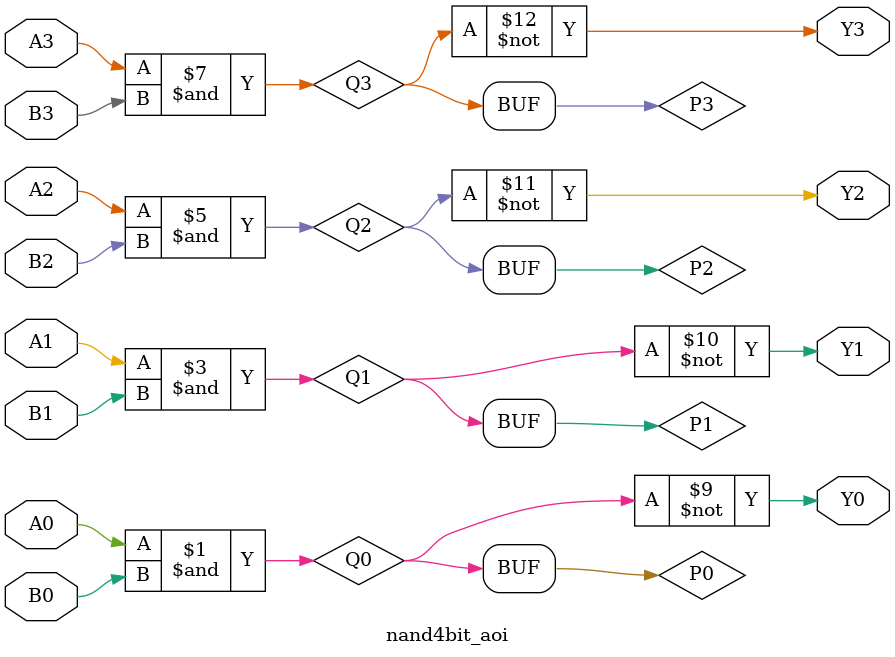
<source format=v>
module nand4bit_aoi(
    input A3,A2,A1,A0,
    input B3,B2,B1,B0,
    output Y3,Y2,Y1,Y0
);

    wire P0,Q0,P1,Q1,P2,Q2,P3,Q3;

    and(P0,A0,B0); or(Q0,P0,1'b0); not(Y0,Q0);
    and(P1,A1,B1); or(Q1,P1,1'b0); not(Y1,Q1);
    and(P2,A2,B2); or(Q2,P2,1'b0); not(Y2,Q2);
    and(P3,A3,B3); or(Q3,P3,1'b0); not(Y3,Q3);

endmodule

</source>
